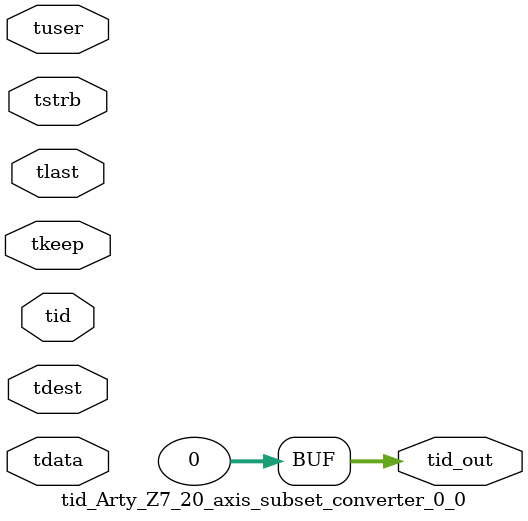
<source format=v>


`timescale 1ps/1ps

module tid_Arty_Z7_20_axis_subset_converter_0_0 #
(
parameter C_S_AXIS_TID_WIDTH   = 1,
parameter C_S_AXIS_TUSER_WIDTH = 0,
parameter C_S_AXIS_TDATA_WIDTH = 0,
parameter C_S_AXIS_TDEST_WIDTH = 0,
parameter C_M_AXIS_TID_WIDTH   = 32
)
(
input  [(C_S_AXIS_TID_WIDTH   == 0 ? 1 : C_S_AXIS_TID_WIDTH)-1:0       ] tid,
input  [(C_S_AXIS_TDATA_WIDTH == 0 ? 1 : C_S_AXIS_TDATA_WIDTH)-1:0     ] tdata,
input  [(C_S_AXIS_TUSER_WIDTH == 0 ? 1 : C_S_AXIS_TUSER_WIDTH)-1:0     ] tuser,
input  [(C_S_AXIS_TDEST_WIDTH == 0 ? 1 : C_S_AXIS_TDEST_WIDTH)-1:0     ] tdest,
input  [(C_S_AXIS_TDATA_WIDTH/8)-1:0 ] tkeep,
input  [(C_S_AXIS_TDATA_WIDTH/8)-1:0 ] tstrb,
input                                                                    tlast,
output [(C_M_AXIS_TID_WIDTH   == 0 ? 1 : C_M_AXIS_TID_WIDTH)-1:0       ] tid_out
);

assign tid_out = {1'b0};

endmodule


</source>
